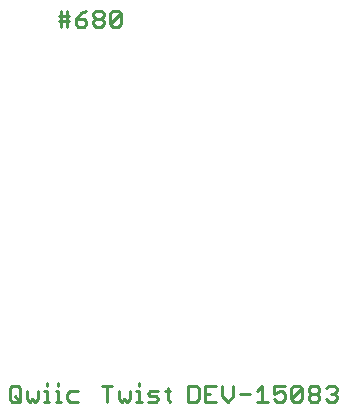
<source format=gto>
G75*
%MOIN*%
%OFA0B0*%
%FSLAX25Y25*%
%IPPOS*%
%LPD*%
%AMOC8*
5,1,8,0,0,1.08239X$1,22.5*
%
%ADD10C,0.00900*%
D10*
X0150473Y0060717D02*
X0151365Y0059825D01*
X0153150Y0059825D01*
X0154043Y0060717D01*
X0154043Y0064287D01*
X0153150Y0065180D01*
X0151365Y0065180D01*
X0150473Y0064287D01*
X0150473Y0060717D01*
X0152258Y0061610D02*
X0154043Y0059825D01*
X0156228Y0060717D02*
X0156228Y0063395D01*
X0156228Y0060717D02*
X0157120Y0059825D01*
X0158013Y0060717D01*
X0158905Y0059825D01*
X0159798Y0060717D01*
X0159798Y0063395D01*
X0161983Y0063395D02*
X0162875Y0063395D01*
X0162875Y0059825D01*
X0161983Y0059825D02*
X0163768Y0059825D01*
X0165819Y0059825D02*
X0167604Y0059825D01*
X0166712Y0059825D02*
X0166712Y0063395D01*
X0165819Y0063395D01*
X0166712Y0065180D02*
X0166712Y0066072D01*
X0162875Y0066072D02*
X0162875Y0065180D01*
X0169656Y0062502D02*
X0169656Y0060717D01*
X0170548Y0059825D01*
X0173226Y0059825D01*
X0173226Y0063395D02*
X0170548Y0063395D01*
X0169656Y0062502D01*
X0181166Y0065180D02*
X0184736Y0065180D01*
X0182951Y0065180D02*
X0182951Y0059825D01*
X0186921Y0060717D02*
X0186921Y0063395D01*
X0186921Y0060717D02*
X0187813Y0059825D01*
X0188706Y0060717D01*
X0189598Y0059825D01*
X0190490Y0060717D01*
X0190490Y0063395D01*
X0192676Y0063395D02*
X0193568Y0063395D01*
X0193568Y0059825D01*
X0192676Y0059825D02*
X0194460Y0059825D01*
X0196512Y0059825D02*
X0199190Y0059825D01*
X0200082Y0060717D01*
X0199190Y0061610D01*
X0197405Y0061610D01*
X0196512Y0062502D01*
X0197405Y0063395D01*
X0200082Y0063395D01*
X0202267Y0063395D02*
X0204052Y0063395D01*
X0203160Y0064287D02*
X0203160Y0060717D01*
X0204052Y0059825D01*
X0209891Y0059825D02*
X0212569Y0059825D01*
X0213461Y0060717D01*
X0213461Y0064287D01*
X0212569Y0065180D01*
X0209891Y0065180D01*
X0209891Y0059825D01*
X0215646Y0059825D02*
X0215646Y0065180D01*
X0219216Y0065180D01*
X0221401Y0065180D02*
X0221401Y0061610D01*
X0223186Y0059825D01*
X0224971Y0061610D01*
X0224971Y0065180D01*
X0227156Y0062502D02*
X0230726Y0062502D01*
X0232911Y0063395D02*
X0234696Y0065180D01*
X0234696Y0059825D01*
X0232911Y0059825D02*
X0236481Y0059825D01*
X0238666Y0060717D02*
X0239558Y0059825D01*
X0241343Y0059825D01*
X0242236Y0060717D01*
X0242236Y0062502D01*
X0241343Y0063395D01*
X0240451Y0063395D01*
X0238666Y0062502D01*
X0238666Y0065180D01*
X0242236Y0065180D01*
X0244421Y0064287D02*
X0245313Y0065180D01*
X0247098Y0065180D01*
X0247990Y0064287D01*
X0244421Y0060717D01*
X0245313Y0059825D01*
X0247098Y0059825D01*
X0247990Y0060717D01*
X0247990Y0064287D01*
X0250176Y0064287D02*
X0250176Y0063395D01*
X0251068Y0062502D01*
X0252853Y0062502D01*
X0253745Y0061610D01*
X0253745Y0060717D01*
X0252853Y0059825D01*
X0251068Y0059825D01*
X0250176Y0060717D01*
X0250176Y0061610D01*
X0251068Y0062502D01*
X0252853Y0062502D02*
X0253745Y0063395D01*
X0253745Y0064287D01*
X0252853Y0065180D01*
X0251068Y0065180D01*
X0250176Y0064287D01*
X0255931Y0064287D02*
X0256823Y0065180D01*
X0258608Y0065180D01*
X0259500Y0064287D01*
X0259500Y0063395D01*
X0258608Y0062502D01*
X0259500Y0061610D01*
X0259500Y0060717D01*
X0258608Y0059825D01*
X0256823Y0059825D01*
X0255931Y0060717D01*
X0257715Y0062502D02*
X0258608Y0062502D01*
X0244421Y0060717D02*
X0244421Y0064287D01*
X0219216Y0059825D02*
X0215646Y0059825D01*
X0215646Y0062502D02*
X0217431Y0062502D01*
X0193568Y0065180D02*
X0193568Y0066072D01*
X0186721Y0184825D02*
X0184936Y0184825D01*
X0184043Y0185717D01*
X0187613Y0189287D01*
X0187613Y0185717D01*
X0186721Y0184825D01*
X0184043Y0185717D02*
X0184043Y0189287D01*
X0184936Y0190180D01*
X0186721Y0190180D01*
X0187613Y0189287D01*
X0181858Y0189287D02*
X0181858Y0188395D01*
X0180966Y0187502D01*
X0179181Y0187502D01*
X0178288Y0188395D01*
X0178288Y0189287D01*
X0179181Y0190180D01*
X0180966Y0190180D01*
X0181858Y0189287D01*
X0180966Y0187502D02*
X0181858Y0186610D01*
X0181858Y0185717D01*
X0180966Y0184825D01*
X0179181Y0184825D01*
X0178288Y0185717D01*
X0178288Y0186610D01*
X0179181Y0187502D01*
X0176103Y0186610D02*
X0176103Y0185717D01*
X0175211Y0184825D01*
X0173426Y0184825D01*
X0172533Y0185717D01*
X0172533Y0187502D01*
X0175211Y0187502D01*
X0176103Y0186610D01*
X0174318Y0189287D02*
X0172533Y0187502D01*
X0170348Y0186610D02*
X0166779Y0186610D01*
X0166779Y0188395D02*
X0169456Y0188395D01*
X0170348Y0188395D01*
X0169456Y0190180D02*
X0169456Y0184825D01*
X0167671Y0184825D02*
X0167671Y0190180D01*
X0174318Y0189287D02*
X0176103Y0190180D01*
M02*

</source>
